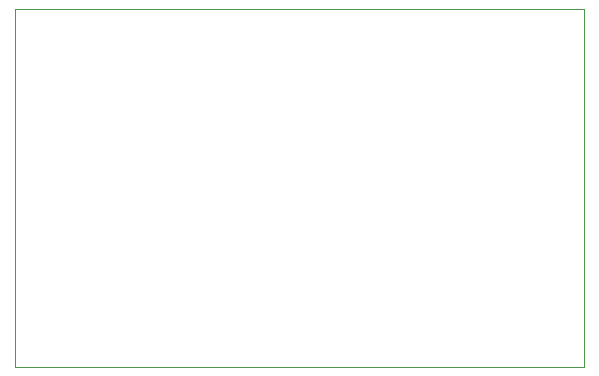
<source format=gm1>
%TF.GenerationSoftware,KiCad,Pcbnew,7.0.11*%
%TF.CreationDate,2024-06-18T14:21:46+05:30*%
%TF.ProjectId,Atmega328p_board,41746d65-6761-4333-9238-705f626f6172,1*%
%TF.SameCoordinates,Original*%
%TF.FileFunction,Profile,NP*%
%FSLAX46Y46*%
G04 Gerber Fmt 4.6, Leading zero omitted, Abs format (unit mm)*
G04 Created by KiCad (PCBNEW 7.0.11) date 2024-06-18 14:21:46*
%MOMM*%
%LPD*%
G01*
G04 APERTURE LIST*
%TA.AperFunction,Profile*%
%ADD10C,0.050000*%
%TD*%
G04 APERTURE END LIST*
D10*
X119341900Y-78816200D02*
X167576500Y-78816200D01*
X167576500Y-109093000D01*
X119341900Y-109093000D01*
X119341900Y-78816200D01*
M02*

</source>
